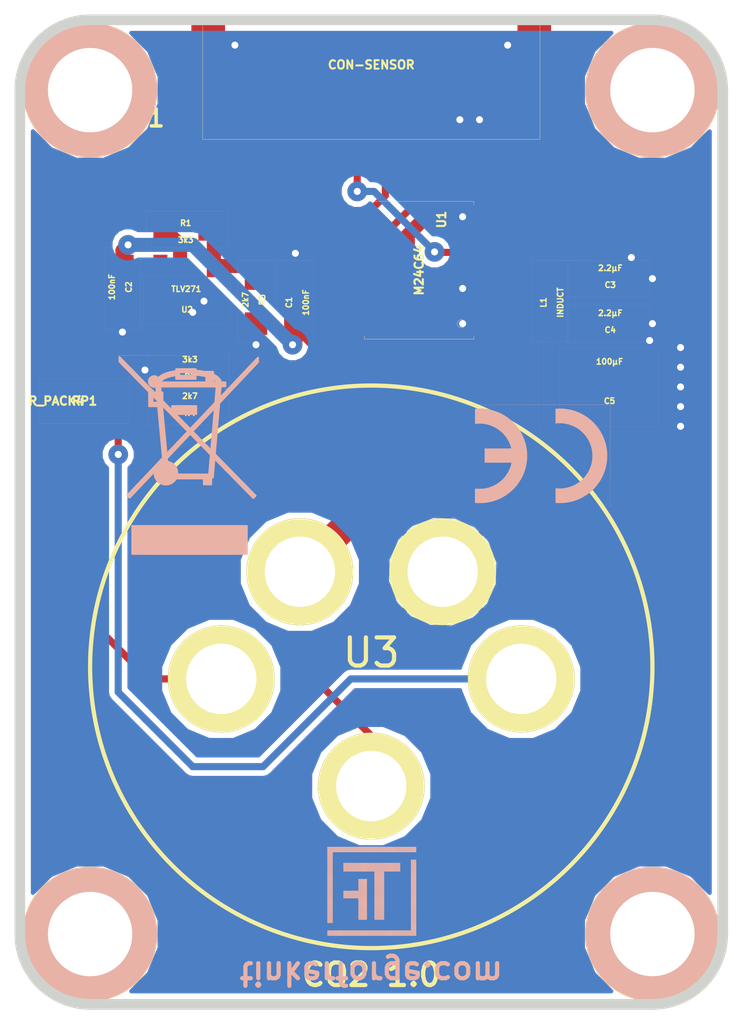
<source format=kicad_pcb>
(kicad_pcb (version 4) (host pcbnew "(2015-03-18 BZR 5525)-product")
  (title_block (title "Dust Detector Bricklet") (date "Mo 13 Apr 2015") (rev 1.0) (company "Tinkerforfge GmbH") (comment 1 "Licensed under CERN OHL v.1.1") (comment 2 "Copyright (©) 2015, B.Nordmeyer <bastian@tinkerforge.com>"))
  (layers (0 F.Cu signal) (31 B.Cu signal) (34 B.Paste user) (35 F.Paste user) (36 B.SilkS user) (37 F.SilkS user) (38 B.Mask user) (39 F.Mask user) (44 Edge.Cuts user))
  (net 0 "")
  (net 1 3V3)
  (net 2 GND)
  (net 3 "Net-(P1-Pad4)")
  (net 4 "Net-(P1-Pad5)")
  (net 5 "Net-(P1-Pad6)")
  (net 6 "Net-(P1-Pad7)")
  (net 7 "Net-(P1-Pad8)")
  (net 8 "Net-(C4-Pad1)")
  (net 9 "Net-(P1-Pad9)")
  (net 10 "Net-(R1-Pad1)")
  (net 11 "Net-(R2-Pad2)")
  (net 12 OUT)
  (net 13 TX)
  (net 14 RX)
  (module kicad-libraries:DRILL_NP (layer F.Cu) (at 133.9 70.6)
    (fp_text reference U6 hide)
    (fp_text value DRILL hide)
    (pad "" np_thru_hole circle (at 0 0) (size 2.99974 2.99974) (drill 2.99974) (layers *.Cu *.Mask F.SilkS) (clearance 0.89916))
  )
  (module kicad-libraries:0603 (layer F.Cu) (at 141.2 78.1 270)
    (fp_text reference C1 (at 0.05 0.225 270) (layer F.SilkS) (effects (font (size 0.2 0.2) (thickness 0.05))))
    (fp_text value 100nF (at 0.05 -0.375 270) (layer F.SilkS) (effects (font (size 0.2 0.2) (thickness 0.05))))
    (pad 1 smd rect (at -0.8001 0 270) (size 0.8001 0.8001) (layers F.Cu F.Paste F.Mask) (net 2 GND))
    (pad 2 smd rect (at 0.8001 0 270) (size 0.8001 0.8001) (layers F.Cu F.Paste F.Mask) (net 1 3V3))
  )
  (module kicad-libraries:0603 (layer F.Cu) (at 135.05 77.65 90)
    (fp_text reference C2 (at 0.05 0.225 90) (layer F.SilkS) (effects (font (size 0.2 0.2) (thickness 0.05))))
    (fp_text value 100nF (at 0.05 -0.375 90) (layer F.SilkS) (effects (font (size 0.2 0.2) (thickness 0.05))))
    (pad 1 smd rect (at -0.8001 0 90) (size 0.8001 0.8001) (layers F.Cu F.Paste F.Mask) (net 2 GND))
    (pad 2 smd rect (at 0.8001 0 90) (size 0.8001 0.8001) (layers F.Cu F.Paste F.Mask) (net 1 3V3))
  )
  (module kicad-libraries:CON-SENSOR (layer F.Cu) (at 143.9 68.1 180)
    (fp_text reference P1 (at 7.9502 -3.50012 180) (layer F.SilkS) (effects (font (size 0.59944 0.59944) (thickness 0.12446))))
    (fp_text value CON-SENSOR (at 0 -1.6002 180) (layer F.SilkS) (effects (font (size 0.29972 0.29972) (thickness 0.07112))))
    (pad 1 smd rect (at -4.50088 -4.7752 180) (size 0.59944 1.5494) (layers F.Cu F.Paste F.Mask))
    (pad 2 smd rect (at -3.50012 -4.7752 180) (size 0.59944 1.5494) (layers F.Cu F.Paste F.Mask) (net 2 GND))
    (pad 3 smd rect (at -2.49936 -4.7752 180) (size 0.59944 1.5494) (layers F.Cu F.Paste F.Mask) (net 1 3V3))
    (pad 4 smd rect (at -1.50114 -4.7752 180) (size 0.59944 1.5494) (layers F.Cu F.Paste F.Mask) (net 3 "Net-(P1-Pad4)"))
    (pad 5 smd rect (at -0.50038 -4.7752 180) (size 0.59944 1.5494) (layers F.Cu F.Paste F.Mask) (net 4 "Net-(P1-Pad5)"))
    (pad 6 smd rect (at 0.50038 -4.7752 180) (size 0.59944 1.5494) (layers F.Cu F.Paste F.Mask) (net 5 "Net-(P1-Pad6)"))
    (pad 7 smd rect (at 1.50114 -4.7752 180) (size 0.59944 1.5494) (layers F.Cu F.Paste F.Mask) (net 6 "Net-(P1-Pad7)"))
    (pad 8 smd rect (at 2.49936 -4.7752 180) (size 0.59944 1.5494) (layers F.Cu F.Paste F.Mask) (net 7 "Net-(P1-Pad8)"))
    (pad 9 smd rect (at 3.50012 -4.7752 180) (size 0.59944 1.5494) (layers F.Cu F.Paste F.Mask) (net 9 "Net-(P1-Pad9)"))
    (pad 10 smd rect (at 4.50088 -4.7752 180) (size 0.59944 1.5494) (layers F.Cu F.Paste F.Mask))
    (pad EP smd rect (at -5.79882 -0.89916 180) (size 1.19888 1.80086) (layers F.Cu F.Paste F.Mask) (net 2 GND))
    (pad EP smd rect (at 5.79882 -0.89916 180) (size 1.19888 1.80086) (layers F.Cu F.Paste F.Mask) (net 2 GND))
  )
  (module kicad-libraries:0603 (layer F.Cu) (at 137.35 75.55 180)
    (fp_text reference R1 (at 0.05 0.225 180) (layer F.SilkS) (effects (font (size 0.2 0.2) (thickness 0.05))))
    (fp_text value 3k3 (at 0.05 -0.375 180) (layer F.SilkS) (effects (font (size 0.2 0.2) (thickness 0.05))))
    (pad 1 smd rect (at -0.8001 0 180) (size 0.8001 0.8001) (layers F.Cu F.Paste F.Mask) (net 10 "Net-(R1-Pad1)"))
    (pad 2 smd rect (at 0.8001 0 180) (size 0.8001 0.8001) (layers F.Cu F.Paste F.Mask) (net 6 "Net-(P1-Pad7)"))
  )
  (module kicad-libraries:0603 (layer F.Cu) (at 137.4 80.55)
    (fp_text reference R2 (at 0.05 0.225) (layer F.SilkS) (effects (font (size 0.2 0.2) (thickness 0.05))))
    (fp_text value 3k3 (at 0.05 -0.375) (layer F.SilkS) (effects (font (size 0.2 0.2) (thickness 0.05))))
    (pad 1 smd rect (at -0.8001 0) (size 0.8001 0.8001) (layers F.Cu F.Paste F.Mask) (net 2 GND))
    (pad 2 smd rect (at 0.8001 0) (size 0.8001 0.8001) (layers F.Cu F.Paste F.Mask) (net 11 "Net-(R2-Pad2)"))
  )
  (module kicad-libraries:0603 (layer F.Cu) (at 139.8 78.1 90)
    (fp_text reference R3 (at 0.05 0.225 90) (layer F.SilkS) (effects (font (size 0.2 0.2) (thickness 0.05))))
    (fp_text value 2k7 (at 0.05 -0.375 90) (layer F.SilkS) (effects (font (size 0.2 0.2) (thickness 0.05))))
    (pad 1 smd rect (at -0.8001 0 90) (size 0.8001 0.8001) (layers F.Cu F.Paste F.Mask) (net 2 GND))
    (pad 2 smd rect (at 0.8001 0 90) (size 0.8001 0.8001) (layers F.Cu F.Paste F.Mask) (net 10 "Net-(R1-Pad1)"))
  )
  (module kicad-libraries:0603 (layer F.Cu) (at 137.4 81.85)
    (fp_text reference R4 (at 0.05 0.225) (layer F.SilkS) (effects (font (size 0.2 0.2) (thickness 0.05))))
    (fp_text value 2k7 (at 0.05 -0.375) (layer F.SilkS) (effects (font (size 0.2 0.2) (thickness 0.05))))
    (pad 1 smd rect (at -0.8001 0) (size 0.8001 0.8001) (layers F.Cu F.Paste F.Mask) (net 12 OUT))
    (pad 2 smd rect (at 0.8001 0) (size 0.8001 0.8001) (layers F.Cu F.Paste F.Mask) (net 11 "Net-(R2-Pad2)"))
  )
  (module kicad-libraries:SOIC8 (layer F.Cu) (at 145.6 77 90)
    (fp_text reference U1 (at 1.8 0.8 90) (layer F.SilkS) (effects (font (size 0.29972 0.29972) (thickness 0.0762))))
    (fp_text value M24C64 (at 0 0 90) (layer F.SilkS) (effects (font (size 0.29972 0.29972) (thickness 0.0762))))
    (pad 1 smd rect (at -1.90246 2.69748 270) (size 0.59944 1.5494) (layers F.Cu F.Paste F.Mask) (net 2 GND))
    (pad 2 smd rect (at -0.63246 2.69748 270) (size 0.59944 1.5494) (layers F.Cu F.Paste F.Mask) (net 2 GND))
    (pad 3 smd rect (at 0.63246 2.69748 270) (size 0.59944 1.5494) (layers F.Cu F.Paste F.Mask) (net 5 "Net-(P1-Pad6)"))
    (pad 4 smd rect (at 1.90246 2.69748 270) (size 0.59944 1.5494) (layers F.Cu F.Paste F.Mask) (net 2 GND))
    (pad 5 smd rect (at 1.90246 -2.69748 90) (size 0.59944 1.5494) (layers F.Cu F.Paste F.Mask) (net 4 "Net-(P1-Pad5)"))
    (pad 6 smd rect (at 0.63246 -2.69748 90) (size 0.59944 1.5494) (layers F.Cu F.Paste F.Mask) (net 3 "Net-(P1-Pad4)"))
    (pad 7 smd rect (at -0.63246 -2.69748 90) (size 0.59944 1.5494) (layers F.Cu F.Paste F.Mask))
    (pad 8 smd rect (at -1.90246 -2.69748 90) (size 0.59944 1.5494) (layers F.Cu F.Paste F.Mask) (net 1 3V3))
  )
  (module kicad-libraries:DRILL_NP (layer F.Cu) (at 133.9 100.6)
    (fp_text reference U4 hide)
    (fp_text value DRILL hide)
    (pad "" np_thru_hole circle (at 0 0) (size 2.99974 2.99974) (drill 2.99974) (layers *.Cu *.Mask F.SilkS) (clearance 0.89916))
  )
  (module kicad-libraries:DRILL_NP (layer F.Cu) (at 153.9 70.6)
    (fp_text reference U5 hide)
    (fp_text value DRILL hide)
    (pad "" np_thru_hole circle (at 0 0) (size 2.99974 2.99974) (drill 2.99974) (layers *.Cu *.Mask F.SilkS) (clearance 0.89916))
  )
  (module kicad-libraries:DRILL_NP (layer F.Cu) (at 153.9 100.6)
    (fp_text reference U7 hide)
    (fp_text value DRILL hide)
    (pad "" np_thru_hole circle (at 0 0) (size 2.99974 2.99974) (drill 2.99974) (layers *.Cu *.Mask F.SilkS) (clearance 0.89916))
  )
  (module kicad-libraries:Logo_31x31 (layer B.Cu) (at 145.5 97.5 180)
    (fp_text reference G*** hide)
    (fp_text value Logo_31x31 hide)
  )
  (module kicad-libraries:WEEE_7mm_back (layer B.Cu) (at 137.4 83.6)
    (fp_text reference VAL hide)
    (fp_text value WEEE_7mm_back hide)
  )
  (module kicad-libraries:CE_5mm (layer B.Cu) (at 149.9 83.6 180)
    (fp_text reference VAL hide)
    (fp_text value CE_5mm hide)
  )
  (module kicad-libraries:Fiducial_Mark (layer F.Cu) (at 133.9 85.6)
    (fp_text reference Fiducial_Mark hide)
    (fp_text value VAL** hide)
    (pad 1 smd circle (at 0 0) (size 1.00076 1.00076) (layers F.Cu F.Mask) (clearance 0.65024))
  )
  (module kicad-libraries:Fiducial_Mark (layer F.Cu) (at 153.9 75.1)
    (fp_text reference Fiducial_Mark hide)
    (fp_text value VAL** hide)
    (pad 1 smd circle (at 0 0) (size 1.00076 1.00076) (layers F.Cu F.Mask) (clearance 0.65024))
  )
  (module kicad-libraries:0603 (layer F.Cu) (at 152.35 77.3)
    (fp_text reference C3 (at 0.05 0.225) (layer F.SilkS) (effects (font (size 0.2 0.2) (thickness 0.05))))
    (fp_text value 2.2µF (at 0.05 -0.375) (layer F.SilkS) (effects (font (size 0.2 0.2) (thickness 0.05))))
    (pad 1 smd rect (at -0.8001 0) (size 0.8001 0.8001) (layers F.Cu F.Paste F.Mask) (net 1 3V3) (clearance 0.14986))
    (pad 2 smd rect (at 0.8001 0) (size 0.8001 0.8001) (layers F.Cu F.Paste F.Mask) (net 2 GND) (clearance 0.14986))
  )
  (module kicad-libraries:0603 (layer F.Cu) (at 150.25 78.1 270)
    (fp_text reference L1 (at 0.05 0.225 270) (layer F.SilkS) (effects (font (size 0.2 0.2) (thickness 0.05))))
    (fp_text value INDUCT (at 0.05 -0.375 270) (layer F.SilkS) (effects (font (size 0.2 0.2) (thickness 0.05))))
    (pad 1 smd rect (at -0.8001 0 270) (size 0.8001 0.8001) (layers F.Cu F.Paste F.Mask) (net 1 3V3) (clearance 0.14986))
    (pad 2 smd rect (at 0.8001 0 270) (size 0.8001 0.8001) (layers F.Cu F.Paste F.Mask) (net 8 "Net-(C4-Pad1)") (clearance 0.14986))
  )
  (module kicad-libraries:0603 (layer F.Cu) (at 152.35 78.9)
    (fp_text reference C4 (at 0.05 0.225) (layer F.SilkS) (effects (font (size 0.2 0.2) (thickness 0.05))))
    (fp_text value 2.2µF (at 0.05 -0.375) (layer F.SilkS) (effects (font (size 0.2 0.2) (thickness 0.05))))
    (pad 1 smd rect (at -0.8001 0) (size 0.8001 0.8001) (layers F.Cu F.Paste F.Mask) (net 8 "Net-(C4-Pad1)"))
    (pad 2 smd rect (at 0.8001 0) (size 0.8001 0.8001) (layers F.Cu F.Paste F.Mask) (net 2 GND))
  )
  (module kicad-libraries:3528-21 (layer F.Cu) (at 152.35 81.15)
    (fp_text reference C5 (at 0.025 0.5) (layer F.SilkS) (effects (font (size 0.2 0.2) (thickness 0.05))))
    (fp_text value 100µF (at 0.025 -0.9) (layer F.SilkS) (effects (font (size 0.2 0.2) (thickness 0.05))))
    (pad 1 smd rect (at -1.40048 0) (size 1.59954 2.79908) (layers F.Cu F.Paste F.Mask) (net 8 "Net-(C4-Pad1)") (clearance 0.14986))
    (pad 2 smd rect (at 1.40048 0) (size 1.59954 2.79908) (layers F.Cu F.Paste F.Mask) (net 2 GND) (clearance 0.14986))
  )
  (module kicad-libraries:0603X4 (layer F.Cu) (at 133.7 81.65 180)
    (fp_text reference RP1 (at 0 0 180) (layer F.SilkS) (effects (font (size 0.29972 0.29972) (thickness 0.0762))))
    (fp_text value R_PACK4 (at 1.00076 0 180) (layer F.SilkS) (effects (font (size 0.29972 0.29972) (thickness 0.0762))))
    (pad 1 smd rect (at 1.19888 -0.8509 180) (size 0.44958 0.89916) (layers F.Cu F.Paste F.Mask) (net 14 RX))
    (pad 2 smd rect (at 0.39878 -0.8509 180) (size 0.44958 0.89916) (layers F.Cu F.Paste F.Mask))
    (pad 3 smd rect (at -0.39878 -0.8509 180) (size 0.44958 0.89916) (layers F.Cu F.Paste F.Mask))
    (pad 4 smd rect (at -1.19888 -0.8509 180) (size 0.44958 0.89916) (layers F.Cu F.Paste F.Mask) (net 13 TX))
    (pad 5 smd rect (at -1.19888 0.8509 180) (size 0.44958 0.89916) (layers F.Cu F.Paste F.Mask) (net 9 "Net-(P1-Pad9)"))
    (pad 6 smd rect (at -0.39878 0.8509 180) (size 0.44958 0.89916) (layers F.Cu F.Paste F.Mask))
    (pad 7 smd rect (at 0.39878 0.8509 180) (size 0.44958 0.89916) (layers F.Cu F.Paste F.Mask))
    (pad 8 smd rect (at 1.19888 0.8509 180) (size 0.44958 0.89916) (layers F.Cu F.Paste F.Mask) (net 7 "Net-(P1-Pad8)"))
  )
  (module kicad-libraries:SOT23-5 (layer F.Cu) (at 137.35 78.05)
    (fp_text reference U2 (at 0 0.35052) (layer F.SilkS) (effects (font (size 0.2 0.2) (thickness 0.05))))
    (fp_text value TLV271 (at -0.03 -0.38) (layer F.SilkS) (effects (font (size 0.2 0.2) (thickness 0.05))))
    (pad 1 smd rect (at -0.94996 1.19888) (size 0.50038 0.8001) (layers F.Cu F.Paste F.Mask) (net 6 "Net-(P1-Pad7)"))
    (pad 2 smd rect (at 0 1.19888) (size 0.50038 0.8001) (layers F.Cu F.Paste F.Mask) (net 2 GND))
    (pad 3 smd rect (at 0.94996 1.19888) (size 0.50038 0.8001) (layers F.Cu F.Paste F.Mask) (net 11 "Net-(R2-Pad2)"))
    (pad 5 smd rect (at -0.94996 -1.19888) (size 0.50038 0.8001) (layers F.Cu F.Paste F.Mask) (net 1 3V3))
    (pad 4 smd rect (at 0.94996 -1.19888) (size 0.50038 0.8001) (layers F.Cu F.Paste F.Mask) (net 10 "Net-(R1-Pad1)"))
  )
  (module kicad-libraries:MSH-Sensor (layer F.Cu) (at 143.9 91.1 180)
    (fp_text reference U3 (at 0 0.5 180) (layer F.SilkS))
    (fp_text value MSH-Sensor)
    (pad 5 thru_hole circle (at -2.54 3.38 180) (size 3.8 3.8) (drill 2.5) (layers *.Cu *.Mask F.SilkS) (net 2 GND) (clearance 0.14986))
    (pad 1 thru_hole circle (at 2.54 3.38 180) (size 3.8 3.8) (drill 2.5) (layers *.Cu *.Mask F.SilkS) (net 8 "Net-(C4-Pad1)") (clearance 0.14986))
    (pad 2 thru_hole circle (at 5.335 -0.43 180) (size 3.8 3.8) (drill 2.5) (layers *.Cu *.Mask F.SilkS) (net 14 RX) (clearance 0.14986))
    (pad 3 thru_hole circle (at 0 -4.24 180) (size 3.8 3.8) (drill 2.5) (layers *.Cu *.Mask F.SilkS) (net 12 OUT) (clearance 0.14986))
    (pad 4 thru_hole circle (at -5.335 -0.43 180) (size 3.8 3.8) (drill 2.5) (layers *.Cu *.Mask F.SilkS) (net 13 TX) (clearance 0.14986))
  )
  (gr_line (start 156.4 100.6) (end 156.4 70.6) (angle 90) (layer Edge.Cuts) (width 0.381))
  (gr_line (start 133.9 103.1) (end 153.9 103.1) (angle 90) (layer Edge.Cuts) (width 0.381))
  (gr_line (start 131.4 70.6) (end 131.4 100.6) (angle 90) (layer Edge.Cuts) (width 0.381))
  (gr_line (start 153.9 68.1) (end 133.9 68.1) (angle 90) (layer Edge.Cuts) (width 0.381))
  (gr_arc (start 153.9 70.6) (end 153.9 68.1) (angle 90) (layer Edge.Cuts) (width 0.381))
  (gr_arc (start 133.9 70.6) (end 131.4 70.6) (angle 90) (layer Edge.Cuts) (width 0.381))
  (gr_arc (start 133.9 100.6) (end 133.9 103.1) (angle 90) (layer Edge.Cuts) (width 0.381))
  (gr_arc (start 153.9 100.6) (end 156.4 100.6) (angle 90) (layer Edge.Cuts) (width 0.381))
  (gr_text "CO2 1.0" (at 143.9 102.05) (layer F.SilkS) (effects (font (size 0.8 0.8))))
  (gr_text tinkerforge.com (at 143.9 102 180) (layer B.SilkS) (effects (font (size 0.8 0.8)) (justify mirror)))
  (segment (start 141.2 78.9001) (end 141.2 79.55) (width 0.5) (layer F.Cu) (net 1))
  (segment (start 135.05 76.3) (end 135.25 76.1) (width 0.5) (layer F.Cu) (net 1))
  (via (at 135.25 76.1) (size 0.7) (layers F.Cu B.Cu) (net 1))
  (segment (start 135.05 76.3) (end 135.05 76.8499) (width 0.5) (layer F.Cu) (net 1))
  (segment (start 137.55 76.1) (end 135.25 76.1) (width 0.5) (layer B.Cu) (net 1))
  (segment (start 141.1 79.65) (end 137.55 76.1) (width 0.5) (layer B.Cu) (net 1))
  (via (at 141.1 79.65) (size 0.7) (layers F.Cu B.Cu) (net 1))
  (segment (start 141.2 79.55) (end 141.1 79.65) (width 0.5) (layer F.Cu) (net 1))
  (segment (start 146.39936 73.75) (end 146.39936 74.55064) (width 0.5) (layer F.Cu) (net 1))
  (segment (start 142.1499 79.85) (end 141.2 78.9001) (width 0.5) (layer F.Cu) (net 1))
  (segment (start 144.15 79.85) (end 142.1499 79.85) (width 0.5) (layer F.Cu) (net 1))
  (segment (start 145.2 78.8) (end 144.15 79.85) (width 0.5) (layer F.Cu) (net 1))
  (segment (start 145.2 75.75) (end 145.2 78.8) (width 0.5) (layer F.Cu) (net 1))
  (segment (start 146.39936 74.55064) (end 145.2 75.75) (width 0.5) (layer F.Cu) (net 1))
  (segment (start 146.39936 72.8752) (end 146.39936 73.75) (width 0.5) (layer F.Cu) (net 1))
  (segment (start 146.39936 73.75) (end 146.39936 73.84936) (width 0.5) (layer F.Cu) (net 1))
  (segment (start 151.5499 76.2499) (end 151.5499 77.3) (width 0.5) (layer F.Cu) (net 1))
  (segment (start 149.55 74.25) (end 151.5499 76.2499) (width 0.5) (layer F.Cu) (net 1))
  (segment (start 146.8 74.25) (end 149.55 74.25) (width 0.5) (layer F.Cu) (net 1))
  (segment (start 146.39936 73.84936) (end 146.8 74.25) (width 0.5) (layer F.Cu) (net 1))
  (segment (start 136.40004 76.85112) (end 135.05122 76.85112) (width 0.5) (layer F.Cu) (net 1))
  (segment (start 135.05122 76.85112) (end 135.05 76.8499) (width 0.5) (layer F.Cu) (net 1))
  (segment (start 151.5499 77.3) (end 150.2501 77.3) (width 0.7) (layer F.Cu) (net 1))
  (segment (start 150.2501 77.3) (end 150.25 77.2999) (width 0.7) (layer F.Cu) (net 1))
  (segment (start 142.90252 78.90246) (end 141.20236 78.90246) (width 0.5) (layer F.Cu) (net 1))
  (segment (start 141.20236 78.90246) (end 141.2 78.9001) (width 0.5) (layer F.Cu) (net 1))
  (segment (start 153.1501 77.3) (end 153.9 77.3) (width 0.7) (layer F.Cu) (net 2))
  (via (at 153.9 77.3) (size 0.7) (layers F.Cu B.Cu) (net 2))
  (segment (start 153.1501 78.9) (end 153.9 78.9) (width 0.7) (layer F.Cu) (net 2))
  (via (at 153.9 78.9) (size 0.7) (layers F.Cu B.Cu) (net 2))
  (segment (start 153.1501 77.3) (end 153.1501 76.5501) (width 0.7) (layer F.Cu) (net 2))
  (via (at 153.15 76.55) (size 0.7) (layers F.Cu B.Cu) (net 2))
  (segment (start 153.1501 76.5501) (end 153.15 76.55) (width 0.7) (layer F.Cu) (net 2))
  (segment (start 149.69882 68.99916) (end 148.75084 68.99916) (width 0.254) (layer F.Cu) (net 2))
  (via (at 148.75 69) (size 0.7) (layers F.Cu B.Cu) (net 2))
  (segment (start 148.75084 68.99916) (end 148.75 69) (width 0.254) (layer F.Cu) (net 2))
  (segment (start 138.10118 68.99916) (end 139.04916 68.99916) (width 0.254) (layer F.Cu) (net 2))
  (via (at 139.05 69) (size 0.7) (layers F.Cu B.Cu) (net 2))
  (segment (start 139.04916 68.99916) (end 139.05 69) (width 0.254) (layer F.Cu) (net 2))
  (segment (start 147.40012 72.8752) (end 147.40012 71.99988) (width 0.5) (layer F.Cu) (net 2))
  (via (at 147.75 71.65) (size 0.7) (layers F.Cu B.Cu) (net 2))
  (segment (start 147.40012 71.99988) (end 147.75 71.65) (width 0.5) (layer F.Cu) (net 2))
  (segment (start 147.40012 72.8752) (end 147.40012 72.00012) (width 0.5) (layer F.Cu) (net 2))
  (via (at 147.05 71.65) (size 0.7) (layers F.Cu B.Cu) (net 2))
  (segment (start 147.40012 72.00012) (end 147.05 71.65) (width 0.5) (layer F.Cu) (net 2))
  (segment (start 148.29748 75.09754) (end 147.15246 75.09754) (width 0.5) (layer F.Cu) (net 2))
  (via (at 147.15 75.1) (size 0.7) (layers F.Cu B.Cu) (net 2))
  (segment (start 147.15246 75.09754) (end 147.15 75.1) (width 0.5) (layer F.Cu) (net 2))
  (segment (start 148.29748 77.63246) (end 147.16754 77.63246) (width 0.5) (layer F.Cu) (net 2))
  (via (at 147.15 77.65) (size 0.7) (layers F.Cu B.Cu) (net 2))
  (segment (start 147.16754 77.63246) (end 147.15 77.65) (width 0.5) (layer F.Cu) (net 2))
  (segment (start 148.29748 78.90246) (end 147.15246 78.90246) (width 0.5) (layer F.Cu) (net 2))
  (via (at 147.15 78.9) (size 0.7) (layers F.Cu B.Cu) (net 2))
  (segment (start 147.15246 78.90246) (end 147.15 78.9) (width 0.5) (layer F.Cu) (net 2))
  (segment (start 141.2 77.2999) (end 141.2 76.4) (width 0.5) (layer F.Cu) (net 2))
  (via (at 141.2 76.4) (size 0.7) (layers F.Cu B.Cu) (net 2))
  (via (at 137.55 78.5) (size 0.7) (layers F.Cu B.Cu) (net 2))
  (segment (start 137.35 79.24888) (end 137.35 78.7) (width 0.5) (layer F.Cu) (net 2))
  (via (at 137.95 78.1) (size 0.7) (layers F.Cu B.Cu) (net 2))
  (segment (start 137.35 78.7) (end 137.55 78.5) (width 0.5) (layer F.Cu) (net 2))
  (segment (start 137.55 78.5) (end 137.95 78.1) (width 0.5) (layer F.Cu) (net 2))
  (segment (start 153.1501 79.5) (end 153.8 79.5) (width 0.7) (layer F.Cu) (net 2))
  (via (at 153.8 79.5) (size 0.7) (layers F.Cu B.Cu) (net 2))
  (segment (start 154.9 82.55) (end 154.9 81.85) (width 0.7) (layer F.Cu) (net 2))
  (via (at 154.9 81.85) (size 0.7) (layers F.Cu B.Cu) (net 2))
  (via (at 154.9 81.15) (size 0.7) (layers F.Cu B.Cu) (net 2))
  (segment (start 154.9 81.85) (end 154.9 81.15) (width 0.7) (layer F.Cu) (net 2))
  (via (at 154.9 82.55) (size 0.7) (layers F.Cu B.Cu) (net 2))
  (segment (start 154.9 79.75) (end 154.9 80.45) (width 0.7) (layer F.Cu) (net 2))
  (via (at 154.9 80.45) (size 0.7) (layers F.Cu B.Cu) (net 2))
  (segment (start 154.9 81.15) (end 153.75048 81.15) (width 0.7) (layer F.Cu) (net 2))
  (segment (start 154.9 80.45) (end 154.9 81.15) (width 0.7) (layer F.Cu) (net 2))
  (via (at 154.9 79.75) (size 0.7) (layers F.Cu B.Cu) (net 2))
  (segment (start 135.05 78.4501) (end 135.05 79.2) (width 0.7) (layer F.Cu) (net 2))
  (via (at 135.05 79.2) (size 0.7) (layers F.Cu B.Cu) (net 2))
  (segment (start 137.35 78.7) (end 137.45 78.6) (width 0.5) (layer F.Cu) (net 2))
  (segment (start 136.5999 80.55) (end 135.85 80.55) (width 0.5) (layer F.Cu) (net 2))
  (via (at 135.85 80.55) (size 0.7) (layers F.Cu B.Cu) (net 2))
  (segment (start 139.8 78.9001) (end 139.8 79.65) (width 0.5) (layer F.Cu) (net 2))
  (via (at 139.8 79.65) (size 0.7) (layers F.Cu B.Cu) (net 2))
  (segment (start 153.1501 78.9) (end 153.1501 79.5) (width 0.7) (layer F.Cu) (net 2))
  (segment (start 153.1501 79.5) (end 153.1501 80.54962) (width 0.7) (layer F.Cu) (net 2))
  (segment (start 153.1501 80.54962) (end 153.75048 81.15) (width 0.7) (layer F.Cu) (net 2))
  (segment (start 145.40114 72.8752) (end 145.40114 74.69886) (width 0.254) (layer F.Cu) (net 3))
  (segment (start 143.73246 76.36754) (end 142.90252 76.36754) (width 0.254) (layer F.Cu) (net 3))
  (segment (start 145.40114 74.69886) (end 143.73246 76.36754) (width 0.254) (layer F.Cu) (net 3))
  (segment (start 144.40038 72.8752) (end 144.40038 74.34962) (width 0.254) (layer F.Cu) (net 4))
  (segment (start 144.40038 74.34962) (end 143.65246 75.09754) (width 0.254) (layer F.Cu) (net 4))
  (segment (start 143.65246 75.09754) (end 142.90252 75.09754) (width 0.254) (layer F.Cu) (net 4))
  (segment (start 148.29748 76.36754) (end 146.16754 76.36754) (width 0.254) (layer F.Cu) (net 5))
  (segment (start 143.39962 74.19962) (end 143.39962 72.8752) (width 0.254) (layer F.Cu) (net 5))
  (segment (start 143.4 74.2) (end 143.39962 74.19962) (width 0.254) (layer F.Cu) (net 5))
  (via (at 143.4 74.2) (size 0.7) (layers F.Cu B.Cu) (net 5))
  (segment (start 144 74.2) (end 143.4 74.2) (width 0.254) (layer B.Cu) (net 5))
  (segment (start 146.15 76.35) (end 144 74.2) (width 0.254) (layer B.Cu) (net 5))
  (via (at 146.15 76.35) (size 0.7) (layers F.Cu B.Cu) (net 5))
  (segment (start 146.16754 76.36754) (end 146.15 76.35) (width 0.254) (layer F.Cu) (net 5))
  (segment (start 136.5499 75.55) (end 136.55 75.55) (width 0.5) (layer F.Cu) (net 6))
  (segment (start 136.55 75.55) (end 137.1 76.1) (width 0.5) (layer F.Cu) (net 6))
  (segment (start 136.40004 78.49996) (end 136.40004 79.24888) (width 0.5) (layer F.Cu) (net 6))
  (segment (start 137.1 77.8) (end 136.40004 78.49996) (width 0.5) (layer F.Cu) (net 6))
  (segment (start 137.1 76.1) (end 137.1 77.8) (width 0.5) (layer F.Cu) (net 6))
  (segment (start 137.25 74.45) (end 141.65 74.45) (width 0.5) (layer F.Cu) (net 6))
  (segment (start 142.39886 73.70114) (end 142.39886 72.8752) (width 0.5) (layer F.Cu) (net 6))
  (segment (start 141.65 74.45) (end 142.39886 73.70114) (width 0.5) (layer F.Cu) (net 6))
  (segment (start 142.39886 72.8752) (end 142.39886 73.55114) (width 0.254) (layer F.Cu) (net 6))
  (segment (start 137.25 74.45) (end 136.5499 75.1501) (width 0.5) (layer F.Cu) (net 6))
  (segment (start 136.5499 75.1501) (end 136.5499 75.55) (width 0.5) (layer F.Cu) (net 6))
  (segment (start 132.50112 80.7991) (end 132.50112 76.79888) (width 0.254) (layer F.Cu) (net 7))
  (segment (start 141.40064 71.75064) (end 141.40064 72.8752) (width 0.254) (layer F.Cu) (net 7))
  (segment (start 140.45 70.8) (end 141.40064 71.75064) (width 0.254) (layer F.Cu) (net 7))
  (segment (start 138.5 70.8) (end 140.45 70.8) (width 0.254) (layer F.Cu) (net 7))
  (segment (start 132.50112 76.79888) (end 138.5 70.8) (width 0.254) (layer F.Cu) (net 7))
  (segment (start 151.5499 78.9) (end 150.2501 78.9) (width 0.7) (layer F.Cu) (net 8))
  (segment (start 150.2501 78.9) (end 150.25 78.9001) (width 0.7) (layer F.Cu) (net 8))
  (segment (start 151.5499 78.9) (end 151.5499 80.54962) (width 0.7) (layer F.Cu) (net 8))
  (segment (start 151.5499 80.54962) (end 150.94952 81.15) (width 0.7) (layer F.Cu) (net 8))
  (segment (start 150.94952 81.15) (end 150.94952 81.75048) (width 0.7) (layer F.Cu) (net 8))
  (segment (start 150.94952 81.75048) (end 148.7 84) (width 1) (layer F.Cu) (net 8))
  (segment (start 148.7 84) (end 145.08 84) (width 1) (layer F.Cu) (net 8))
  (segment (start 145.08 84) (end 141.36 87.72) (width 1) (layer F.Cu) (net 8))
  (segment (start 134.89888 80.7991) (end 134.89888 80.39888) (width 0.254) (layer F.Cu) (net 9))
  (segment (start 134.89888 80.39888) (end 134.15 79.65) (width 0.254) (layer F.Cu) (net 9))
  (segment (start 134.15 79.65) (end 134.15 76.2) (width 0.254) (layer F.Cu) (net 9))
  (segment (start 134.15 76.2) (end 138.8 71.55) (width 0.254) (layer F.Cu) (net 9))
  (segment (start 138.8 71.55) (end 139.9 71.55) (width 0.254) (layer F.Cu) (net 9))
  (segment (start 139.9 71.55) (end 140.39988 72.04988) (width 0.254) (layer F.Cu) (net 9))
  (segment (start 140.39988 72.04988) (end 140.39988 72.8752) (width 0.254) (layer F.Cu) (net 9))
  (segment (start 138.29996 76.85112) (end 139.35122 76.85112) (width 0.5) (layer F.Cu) (net 10))
  (segment (start 139.35122 76.85112) (end 139.8 77.2999) (width 0.5) (layer F.Cu) (net 10))
  (segment (start 138.29996 76.85112) (end 138.29996 75.69986) (width 0.5) (layer F.Cu) (net 10))
  (segment (start 138.29996 75.69986) (end 138.1501 75.55) (width 0.5) (layer F.Cu) (net 10))
  (segment (start 138.2001 81.85) (end 138.2001 80.55) (width 0.5) (layer F.Cu) (net 11))
  (segment (start 138.29996 79.24888) (end 138.29996 79.80004) (width 0.5) (layer F.Cu) (net 11))
  (segment (start 138.2001 79.8999) (end 138.2001 80.55) (width 0.5) (layer F.Cu) (net 11))
  (segment (start 138.29996 79.80004) (end 138.2001 79.8999) (width 0.5) (layer F.Cu) (net 11))
  (segment (start 143.9 95.34) (end 143.9 93.55) (width 0.254) (layer F.Cu) (net 12))
  (segment (start 143.9 93.55) (end 136.5999 86.2499) (width 0.254) (layer F.Cu) (net 12))
  (segment (start 136.5999 86.2499) (end 136.5999 81.85) (width 0.254) (layer F.Cu) (net 12))
  (segment (start 149.235 91.53) (end 143.17 91.53) (width 0.254) (layer B.Cu) (net 13))
  (segment (start 134.89888 83.54888) (end 134.89888 82.5009) (width 0.254) (layer F.Cu) (net 13))
  (segment (start 134.9 83.55) (end 134.89888 83.54888) (width 0.254) (layer F.Cu) (net 13))
  (via (at 134.9 83.55) (size 0.7) (layers F.Cu B.Cu) (net 13))
  (segment (start 134.9 92) (end 134.9 83.55) (width 0.254) (layer B.Cu) (net 13))
  (segment (start 137.55 94.65) (end 134.9 92) (width 0.254) (layer B.Cu) (net 13))
  (segment (start 140.05 94.65) (end 137.55 94.65) (width 0.254) (layer B.Cu) (net 13))
  (segment (start 143.17 91.53) (end 140.05 94.65) (width 0.254) (layer B.Cu) (net 13))
  (segment (start 138.565 91.53) (end 135.98 91.53) (width 0.254) (layer F.Cu) (net 14))
  (segment (start 132.50112 88.05112) (end 132.50112 82.5009) (width 0.254) (layer F.Cu) (net 14))
  (segment (start 135.98 91.53) (end 132.50112 88.05112) (width 0.254) (layer F.Cu) (net 14))
  (segment (start 138.565 91.53) (end 137.63 91.53) (width 0.254) (layer F.Cu) (net 14))
  (zone (net 2) (net_name GND) (layer B.Cu) (connect_pads (clearance 0.2)) (min_thickness 0.15) (fill yes (arc_segments 16) (thermal_gap 0) (thermal_bridge_width 0.2))
    (polygon (pts (xy 131.4 68.1) (xy 156.4 68.1) (xy 156.4 103.1) (xy 131.45 103.1)))
  )
)
</source>
